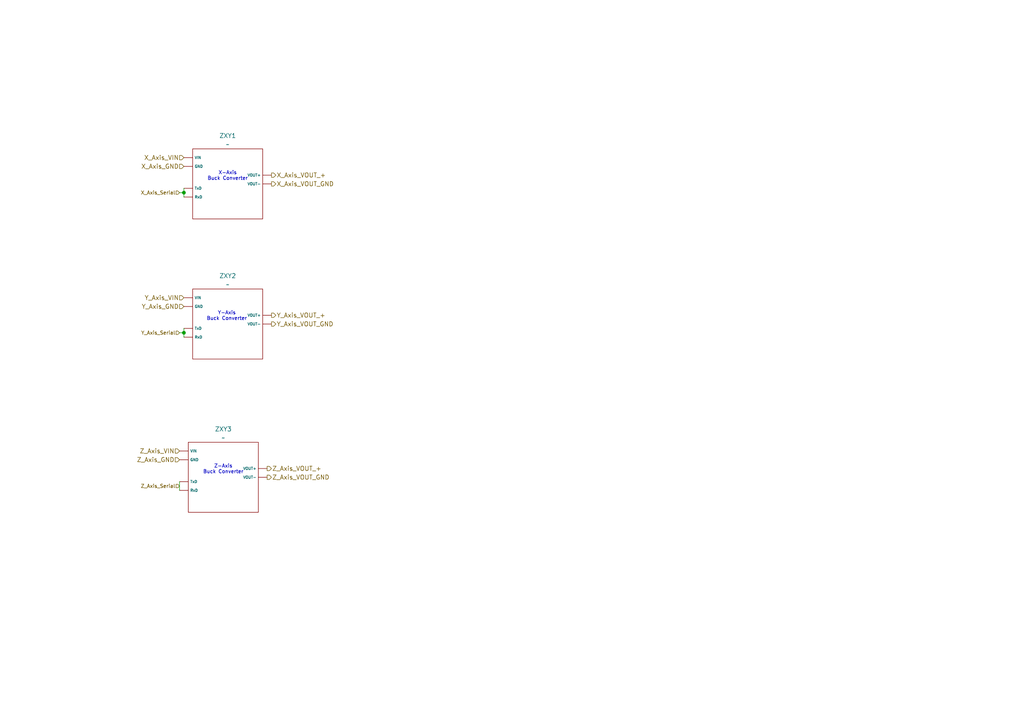
<source format=kicad_sch>
(kicad_sch (version 20231120) (generator "eeschema") (generator_version "8.0")
  (paper "A4")
  (lib_symbols
    (symbol "Buck Converters:ZXY-6005S"
      (property "Reference" "ZXY" (at 0 0 0))
      (symbol "ZXY-6005S_0_1"
        (rectangle (start -10.16 -1.27) (end 10.16 -21.59))
      )
      (symbol "ZXY-6005S_1_1"
        (pin power_in line (at -12.7 -6.35 0) (length 2.54) (name "GND") (number ""))
        (pin input line (at -12.7 -15.24 0) (length 2.54) (name "RxD") (number ""))
        (pin input line (at -12.7 -12.7 0) (length 2.54) (name "TxD") (number ""))
        (pin power_in line (at -12.7 -3.81 0) (length 2.54) (name "VIN") (number ""))
        (pin power_out line (at 12.7 -8.89 180) (length 2.54) (name "VOUT+") (number ""))
        (pin power_out line (at 12.7 -11.43 180) (length 2.54) (name "VOUT-") (number ""))
      )
    )
  )
  (junction (at 53.34 55.88))
  (junction (at 53.34 96.52))
  (wire (pts (xy 53.34 96.52) (xy 53.34 97.79)))
  (wire (pts (xy 52.07 55.88) (xy 53.34 55.88)))
  (wire (pts (xy 52.07 139.7) (xy 52.07 142.24)))
  (wire (pts (xy 53.34 55.88) (xy 53.34 57.15)))
  (wire (pts (xy 53.34 95.25) (xy 53.34 96.52)))
  (wire (pts (xy 53.34 54.61) (xy 53.34 55.88)))
  (wire (pts (xy 52.07 96.52) (xy 53.34 96.52)))
  (text "Z-Axis\nBuck Converter" (at 64.77 136.144 0) (effects (font (size 1.016 1.016))))
  (text "X-Axis\nBuck Converter\n" (at 66.04 51.054 0) (effects (font (size 1.016 1.016))))
  (text "Y-Axis\nBuck Converter" (at 65.786 91.694 0) (effects (font (size 1.016 1.016))))
  (hierarchical_label "Z_Axis_GND" (shape input) (at 52.07 133.35 180))
  (hierarchical_label "Y_Axis_VOUT_GND" (shape output) (at 78.74 93.98 0))
  (hierarchical_label "X_Axis_VIN" (shape input) (at 53.34 45.72 180))
  (hierarchical_label "Z_Axis_Serial" (shape input) (at 52.07 140.97 180) (effects (font (size 1.016 1.016))))
  (hierarchical_label "Z_Axis_VOUT_GND" (shape output) (at 77.47 138.43 0))
  (hierarchical_label "Y_Axis_GND" (shape input) (at 53.34 88.9 180))
  (hierarchical_label "X_Axis_VOUT_GND" (shape output) (at 78.74 53.34 0))
  (hierarchical_label "X_Axis_VOUT_+" (shape output) (at 78.74 50.8 0))
  (hierarchical_label "Y_Axis_VOUT_+" (shape output) (at 78.74 91.44 0))
  (hierarchical_label "X_Axis_Serial" (shape input) (at 52.07 55.88 180) (effects (font (size 1.016 1.016))))
  (hierarchical_label "Y_Axis_Serial" (shape input) (at 52.07 96.52 180) (effects (font (size 1.016 1.016))))
  (hierarchical_label "Z_Axis_VIN" (shape input) (at 52.07 130.81 180))
  (hierarchical_label "Z_Axis_VOUT_+" (shape output) (at 77.47 135.89 0))
  (hierarchical_label "X_Axis_GND" (shape input) (at 53.34 48.26 180))
  (hierarchical_label "Y_Axis_VIN" (shape input) (at 53.34 86.36 180))
  (symbol (lib_id "Buck Converters:ZXY-6005S") (at 66.04 41.91 0) (unit 1)
    (property "Reference" "ZXY1" (at 66.04 39.37 0))
    (property "Value" "~" (at 66.04 41.91 0))
  )
  (symbol (lib_id "Buck Converters:ZXY-6005S") (at 66.04 82.55 0) (unit 1)
    (property "Reference" "ZXY2" (at 66.04 80.01 0))
    (property "Value" "~" (at 66.04 82.55 0))
  )
  (symbol (lib_id "Buck Converters:ZXY-6005S") (at 64.77 127 0) (unit 1)
    (property "Reference" "ZXY3" (at 64.77 124.46 0))
    (property "Value" "~" (at 64.77 127 0))
  )
)
</source>
